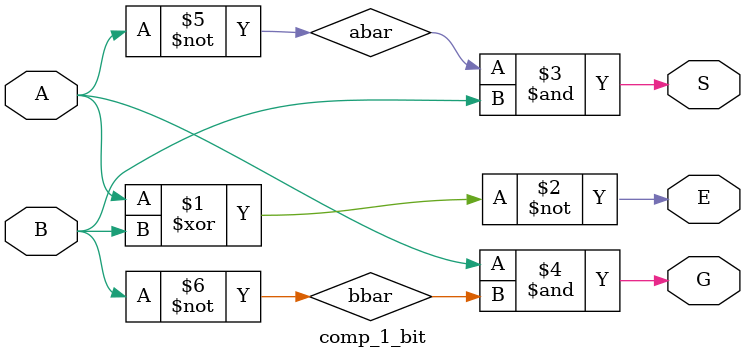
<source format=v>
`timescale 1ns / 1ps


module comp_1_bit(
    input A,
    input B,
    output E,
    output G,
    output S
    );
    wire abar, bbar;
   
   xnor (E, A, B);
   not(abar,A);
   and(S,abar,B);
   not(bbar,B);
   and(G,A,bbar);
    
endmodule

</source>
